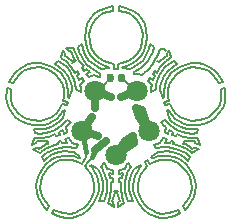
<source format=gbr>
G04 #@! TF.GenerationSoftware,KiCad,Pcbnew,5.0.2-bee76a0~70~ubuntu18.04.1*
G04 #@! TF.CreationDate,2019-06-21T11:48:12+02:00*
G04 #@! TF.ProjectId,GaudiPCR,47617564-6950-4435-922e-6b696361645f,rev?*
G04 #@! TF.SameCoordinates,Original*
G04 #@! TF.FileFunction,Copper,L1,Top*
G04 #@! TF.FilePolarity,Positive*
%FSLAX46Y46*%
G04 Gerber Fmt 4.6, Leading zero omitted, Abs format (unit mm)*
G04 Created by KiCad (PCBNEW 5.0.2-bee76a0~70~ubuntu18.04.1) date Fr 21 Jun 2019 11:48:12 CEST*
%MOMM*%
%LPD*%
G01*
G04 APERTURE LIST*
G04 #@! TA.AperFunction,BGAPad,CuDef*
%ADD10C,1.800000*%
G04 #@! TD*
G04 #@! TA.AperFunction,Conductor*
%ADD11C,0.100000*%
G04 #@! TD*
G04 #@! TA.AperFunction,SMDPad,CuDef*
%ADD12C,0.590000*%
G04 #@! TD*
G04 #@! TA.AperFunction,ViaPad*
%ADD13C,0.650000*%
G04 #@! TD*
G04 #@! TA.AperFunction,Conductor*
%ADD14C,0.150000*%
G04 #@! TD*
G04 #@! TA.AperFunction,Conductor*
%ADD15C,0.650000*%
G04 #@! TD*
G04 #@! TA.AperFunction,Conductor*
%ADD16C,0.400000*%
G04 #@! TD*
G04 APERTURE END LIST*
D10*
G04 #@! TO.P,ST2,1*
G04 #@! TO.N,Net-(NTC1-Pad1)*
X101763300Y-97572900D03*
G04 #@! TD*
G04 #@! TO.P,ST1,1*
G04 #@! TO.N,Net-(NTC1-Pad2)*
X98236600Y-97572900D03*
G04 #@! TD*
G04 #@! TO.P,HT1,1*
G04 #@! TO.N,Net-(HB1-Pad1)*
X97146800Y-100927000D03*
G04 #@! TD*
G04 #@! TO.P,HT2,1*
G04 #@! TO.N,Net-(HB1-Pad1)*
X100000000Y-103000000D03*
G04 #@! TD*
G04 #@! TO.P,CT1,1*
G04 #@! TO.N,Net-(CB1-Pad1)*
X102853000Y-100927000D03*
G04 #@! TD*
D11*
G04 #@! TO.N,Net-(NTC1-Pad2)*
G04 #@! TO.C,NTC1*
G36*
X99675958Y-96139710D02*
X99690276Y-96141834D01*
X99704317Y-96145351D01*
X99717946Y-96150228D01*
X99731031Y-96156417D01*
X99743447Y-96163858D01*
X99755073Y-96172481D01*
X99765798Y-96182202D01*
X99775519Y-96192927D01*
X99784142Y-96204553D01*
X99791583Y-96216969D01*
X99797772Y-96230054D01*
X99802649Y-96243683D01*
X99806166Y-96257724D01*
X99808290Y-96272042D01*
X99809000Y-96286500D01*
X99809000Y-96631500D01*
X99808290Y-96645958D01*
X99806166Y-96660276D01*
X99802649Y-96674317D01*
X99797772Y-96687946D01*
X99791583Y-96701031D01*
X99784142Y-96713447D01*
X99775519Y-96725073D01*
X99765798Y-96735798D01*
X99755073Y-96745519D01*
X99743447Y-96754142D01*
X99731031Y-96761583D01*
X99717946Y-96767772D01*
X99704317Y-96772649D01*
X99690276Y-96776166D01*
X99675958Y-96778290D01*
X99661500Y-96779000D01*
X99366500Y-96779000D01*
X99352042Y-96778290D01*
X99337724Y-96776166D01*
X99323683Y-96772649D01*
X99310054Y-96767772D01*
X99296969Y-96761583D01*
X99284553Y-96754142D01*
X99272927Y-96745519D01*
X99262202Y-96735798D01*
X99252481Y-96725073D01*
X99243858Y-96713447D01*
X99236417Y-96701031D01*
X99230228Y-96687946D01*
X99225351Y-96674317D01*
X99221834Y-96660276D01*
X99219710Y-96645958D01*
X99219000Y-96631500D01*
X99219000Y-96286500D01*
X99219710Y-96272042D01*
X99221834Y-96257724D01*
X99225351Y-96243683D01*
X99230228Y-96230054D01*
X99236417Y-96216969D01*
X99243858Y-96204553D01*
X99252481Y-96192927D01*
X99262202Y-96182202D01*
X99272927Y-96172481D01*
X99284553Y-96163858D01*
X99296969Y-96156417D01*
X99310054Y-96150228D01*
X99323683Y-96145351D01*
X99337724Y-96141834D01*
X99352042Y-96139710D01*
X99366500Y-96139000D01*
X99661500Y-96139000D01*
X99675958Y-96139710D01*
X99675958Y-96139710D01*
G37*
D12*
G04 #@! TD*
G04 #@! TO.P,NTC1,2*
G04 #@! TO.N,Net-(NTC1-Pad2)*
X99514000Y-96459000D03*
D11*
G04 #@! TO.N,Net-(NTC1-Pad1)*
G04 #@! TO.C,NTC1*
G36*
X100645958Y-96139710D02*
X100660276Y-96141834D01*
X100674317Y-96145351D01*
X100687946Y-96150228D01*
X100701031Y-96156417D01*
X100713447Y-96163858D01*
X100725073Y-96172481D01*
X100735798Y-96182202D01*
X100745519Y-96192927D01*
X100754142Y-96204553D01*
X100761583Y-96216969D01*
X100767772Y-96230054D01*
X100772649Y-96243683D01*
X100776166Y-96257724D01*
X100778290Y-96272042D01*
X100779000Y-96286500D01*
X100779000Y-96631500D01*
X100778290Y-96645958D01*
X100776166Y-96660276D01*
X100772649Y-96674317D01*
X100767772Y-96687946D01*
X100761583Y-96701031D01*
X100754142Y-96713447D01*
X100745519Y-96725073D01*
X100735798Y-96735798D01*
X100725073Y-96745519D01*
X100713447Y-96754142D01*
X100701031Y-96761583D01*
X100687946Y-96767772D01*
X100674317Y-96772649D01*
X100660276Y-96776166D01*
X100645958Y-96778290D01*
X100631500Y-96779000D01*
X100336500Y-96779000D01*
X100322042Y-96778290D01*
X100307724Y-96776166D01*
X100293683Y-96772649D01*
X100280054Y-96767772D01*
X100266969Y-96761583D01*
X100254553Y-96754142D01*
X100242927Y-96745519D01*
X100232202Y-96735798D01*
X100222481Y-96725073D01*
X100213858Y-96713447D01*
X100206417Y-96701031D01*
X100200228Y-96687946D01*
X100195351Y-96674317D01*
X100191834Y-96660276D01*
X100189710Y-96645958D01*
X100189000Y-96631500D01*
X100189000Y-96286500D01*
X100189710Y-96272042D01*
X100191834Y-96257724D01*
X100195351Y-96243683D01*
X100200228Y-96230054D01*
X100206417Y-96216969D01*
X100213858Y-96204553D01*
X100222481Y-96192927D01*
X100232202Y-96182202D01*
X100242927Y-96172481D01*
X100254553Y-96163858D01*
X100266969Y-96156417D01*
X100280054Y-96150228D01*
X100293683Y-96145351D01*
X100307724Y-96141834D01*
X100322042Y-96139710D01*
X100336500Y-96139000D01*
X100631500Y-96139000D01*
X100645958Y-96139710D01*
X100645958Y-96139710D01*
G37*
D12*
G04 #@! TD*
G04 #@! TO.P,NTC1,1*
G04 #@! TO.N,Net-(NTC1-Pad1)*
X100484000Y-96459000D03*
D13*
G04 #@! TO.N,Net-(NTC1-Pad1)*
X100417000Y-98044000D03*
G04 #@! TO.N,Net-(NTC1-Pad2)*
X99583000Y-98045000D03*
X98268000Y-99001000D03*
G04 #@! TO.N,Net-(CB1-Pad1)*
X101990000Y-99791000D03*
X101730000Y-98999000D03*
G04 #@! TO.N,Net-(HB1-Pad1)*
X98011000Y-99792000D03*
X98512000Y-101338000D03*
X99187000Y-101828000D03*
X101487000Y-101338000D03*
X100813000Y-101827000D03*
G04 #@! TD*
D14*
G04 #@! TO.N,Net-(NTC1-Pad1)*
X101763300Y-97572900D02*
X100484000Y-96459000D01*
D15*
X101763300Y-97572900D02*
X100417000Y-98044000D01*
D14*
G04 #@! TO.N,Net-(NTC1-Pad2)*
X99514000Y-96459000D02*
X98374000Y-97729000D01*
D15*
X98236600Y-97572900D02*
X99583000Y-98045000D01*
X98236600Y-97572900D02*
X98268000Y-99001000D01*
G04 #@! TO.N,Net-(CB1-Pad1)*
X102853000Y-100927000D02*
X101990000Y-99791000D01*
X101730000Y-98999000D02*
X102262000Y-99143000D01*
X102262000Y-99143000D02*
X102853000Y-100927000D01*
X101990000Y-99791000D02*
X101730000Y-98999000D01*
D14*
G04 #@! TO.N,Net-(HB1-Pad1)*
X95984000Y-98509000D02*
X95875713Y-98787369D01*
X95984000Y-98509000D02*
X95564000Y-98399000D01*
X95875713Y-98787369D02*
X95474000Y-98679000D01*
X102684000Y-103399000D02*
X102434000Y-103599000D01*
X102914000Y-103729000D02*
X102684000Y-103399000D01*
X102684000Y-103899000D02*
X102434000Y-103599000D01*
X104094000Y-98499000D02*
X104184000Y-98789000D01*
X104094000Y-98499000D02*
X104474000Y-98369000D01*
X104184000Y-98789000D02*
X104554000Y-98679000D01*
X99020469Y-95041681D02*
X98608989Y-94792761D01*
X96963584Y-97030854D02*
X97314612Y-96714925D01*
X97016082Y-97280263D02*
X96963584Y-97030854D01*
X97024198Y-97608727D02*
X97026606Y-97502681D01*
X96538889Y-95003581D02*
X96289969Y-95194081D01*
X98909203Y-105385986D02*
X98883701Y-105948285D01*
X99232951Y-106029352D02*
X99270479Y-105623352D01*
X98797109Y-104896397D02*
X98909203Y-105385986D01*
X95835201Y-95571899D02*
X96104203Y-95878302D01*
X96148532Y-96744662D02*
X95951444Y-96282688D01*
X93564912Y-95210808D02*
X94207902Y-95368984D01*
X91387594Y-96092426D02*
X91740793Y-95745155D01*
X95585475Y-101190129D02*
X95515519Y-100862938D01*
X95902576Y-101060810D02*
X95585475Y-101190129D01*
X97100229Y-94653061D02*
X97308509Y-95003581D01*
X104036145Y-100427960D02*
X104225216Y-100598879D01*
X103836513Y-100166998D02*
X103896897Y-100254206D01*
X104176400Y-100045879D02*
X103836513Y-100166998D01*
X104259249Y-100136471D02*
X104176400Y-100045879D01*
X104317836Y-99190698D02*
X104485676Y-99830549D01*
X104411324Y-99149640D02*
X104317836Y-99190698D01*
X104496284Y-99279606D02*
X104411324Y-99149640D01*
X104737219Y-99601928D02*
X104496284Y-99279606D01*
X103896897Y-100254206D02*
X104036145Y-100427960D01*
X104485676Y-99830549D02*
X104711156Y-100072429D01*
X97928269Y-93913921D02*
X97788569Y-93342421D01*
X97118027Y-103732809D02*
X96791155Y-103586371D01*
X92115689Y-99736900D02*
X91763411Y-99464866D01*
X97709829Y-94312701D02*
X97900329Y-94602261D01*
X101574581Y-106318087D02*
X101489791Y-105946426D01*
X102121637Y-104586297D02*
X101935054Y-105029538D01*
X102434819Y-104170381D02*
X102121637Y-104586297D01*
X105172683Y-108055409D02*
X104700701Y-108222506D01*
X101473710Y-105600194D02*
X101534817Y-105122532D01*
X101993797Y-107150046D02*
X101760365Y-106763934D01*
X98837986Y-104075263D02*
X98777430Y-103968475D01*
X97920399Y-103838724D02*
X98477068Y-104196073D01*
X97852461Y-103914948D02*
X97920399Y-103838724D01*
X97949812Y-104035912D02*
X97852461Y-103914948D01*
X98181906Y-104364657D02*
X97949812Y-104035912D01*
X98949349Y-90982761D02*
X99340509Y-90843061D01*
X94668186Y-100133602D02*
X94986911Y-99900652D01*
X93000072Y-100056302D02*
X92525212Y-99931388D01*
X97509169Y-95719861D02*
X97308509Y-95851941D01*
X97280569Y-95483641D02*
X96899569Y-95023901D01*
X95318347Y-100072439D02*
X94976677Y-100351348D01*
X95473992Y-98672816D02*
X95295621Y-98983418D01*
X99868829Y-95267741D02*
X99518309Y-95194081D01*
X95323123Y-96046486D02*
X95539643Y-96317141D01*
X96249898Y-95495656D02*
X95789325Y-95030864D01*
X106208471Y-104087736D02*
X105913392Y-103746414D01*
X104422025Y-103024681D02*
X104027247Y-103025799D01*
X105726120Y-104067711D02*
X106036867Y-104447884D01*
X106720973Y-105099948D02*
X106557600Y-104650377D01*
X105219508Y-103236457D02*
X104895192Y-103114171D01*
X105456989Y-102184827D02*
X106041357Y-102479229D01*
X97120549Y-93611661D02*
X96800509Y-93802161D01*
X98929029Y-95382041D02*
X99310029Y-95511581D01*
X95487358Y-94825920D02*
X95323510Y-94721939D01*
X90975115Y-96778312D02*
X91103969Y-96505035D01*
X95515519Y-100862938D02*
X95174809Y-101056695D01*
X95174809Y-101056695D02*
X95238417Y-101288349D01*
X94986911Y-99900652D02*
X95292284Y-99601938D01*
X91984908Y-100073647D02*
X92598071Y-100323620D01*
X107029431Y-100056292D02*
X107504291Y-99931378D01*
X108441019Y-99805955D02*
X108044595Y-100073637D01*
X106130973Y-100431011D02*
X105796718Y-100339314D01*
X105704967Y-101421385D02*
X106350776Y-101526693D01*
X108589389Y-99095410D02*
X108784961Y-98727404D01*
X108926885Y-97807968D02*
X108877817Y-97393926D01*
X107504291Y-99931378D02*
X107913814Y-99736890D01*
X106453104Y-101167618D02*
X105995649Y-101115951D01*
X91151686Y-97393936D02*
X90811075Y-97283265D01*
X94835882Y-100850426D02*
X95085528Y-100723225D01*
X97798729Y-95984021D02*
X97509169Y-95719861D01*
X95505120Y-94097246D02*
X95726296Y-94452206D01*
X95412745Y-94414424D02*
X95505120Y-94097246D01*
X96569400Y-96000076D02*
X96249898Y-95495656D01*
X100271544Y-104235080D02*
X100246543Y-104576623D01*
X100741229Y-104185817D02*
X100271544Y-104235080D01*
X100845357Y-103953184D02*
X100741229Y-104185817D01*
X101031857Y-103682681D02*
X100967576Y-103767058D01*
X101252078Y-103968505D02*
X101031857Y-103682681D01*
X101191522Y-104075293D02*
X101252078Y-103968505D01*
X102109109Y-103838754D02*
X101552440Y-104196103D01*
X91315726Y-96888983D02*
X90975115Y-96778312D01*
X96327978Y-96258142D02*
X96455178Y-96507788D01*
X95711667Y-99190708D02*
X95543827Y-99830559D01*
X95618179Y-99149650D02*
X95711667Y-99190708D01*
X93992646Y-104447854D02*
X93775653Y-104845909D01*
X94116430Y-102829843D02*
X94516887Y-102602757D01*
X93664242Y-106174647D02*
X93855513Y-106658970D01*
X93855513Y-106658970D02*
X94089854Y-107001907D01*
X96038152Y-102310895D02*
X96497387Y-102374542D01*
X94802461Y-107620291D02*
X94591952Y-107910032D01*
X99228252Y-105184524D02*
X99184422Y-104907790D01*
X98094454Y-105029508D02*
X98188440Y-105531058D01*
X97740309Y-94983261D02*
X97430429Y-94513361D01*
X103023613Y-103174154D02*
X103535492Y-102755158D01*
X103075112Y-103262322D02*
X103023613Y-103174154D01*
X103220239Y-103207115D02*
X103075112Y-103262322D01*
X103604615Y-103087970D02*
X103220239Y-103207115D01*
X103308181Y-102066337D02*
X103522965Y-102007616D01*
X103535492Y-102755158D02*
X103860084Y-102692007D01*
X95501831Y-97049983D02*
X95283063Y-96588977D01*
X96104203Y-95878302D02*
X96327978Y-96258142D01*
X99450170Y-104542018D02*
X99529160Y-104925926D01*
X99529160Y-104925926D02*
X99769131Y-104937016D01*
X99782965Y-104576593D02*
X99450170Y-104542018D01*
X99757964Y-104235050D02*
X99782965Y-104576593D01*
X92607968Y-95279118D02*
X93086859Y-95194356D01*
X92105171Y-95494991D02*
X92607968Y-95279118D01*
X97608495Y-107655924D02*
X98035711Y-107150016D01*
X95328807Y-108222476D02*
X95818672Y-108295819D01*
X98604394Y-106859917D02*
X98975285Y-106893914D01*
X98778058Y-106452358D02*
X98604394Y-106859917D01*
X94623704Y-95544147D02*
X95036069Y-95795644D01*
X91740793Y-95745155D02*
X92105171Y-95494991D01*
X98975285Y-106893914D02*
X99140729Y-106480383D01*
X97328643Y-107427483D02*
X96961064Y-107678456D01*
X94324536Y-101421395D02*
X93678727Y-101526703D01*
X91440114Y-99095420D02*
X91244542Y-98727414D01*
X97590449Y-91922561D02*
X97458369Y-92382301D01*
X95295621Y-98983418D02*
X94996839Y-99409797D01*
X90754691Y-97580089D02*
X90741623Y-98080607D01*
X91588484Y-99805965D02*
X91984908Y-100073647D01*
X93898530Y-100431021D02*
X94232785Y-100339324D01*
X99318580Y-107017748D02*
X99571525Y-107214082D01*
X99390016Y-106837319D02*
X99318580Y-107017748D01*
X94591952Y-107910032D02*
X94856825Y-108055379D01*
X97026606Y-97502681D02*
X97016082Y-97280263D01*
X96301254Y-97499352D02*
X96261010Y-97171132D01*
X96455178Y-96507788D02*
X96582874Y-96928519D01*
X97430429Y-94513361D02*
X97219609Y-94043461D01*
X95789325Y-95030864D02*
X95487358Y-94825920D01*
X95600301Y-95842768D02*
X95218547Y-95497060D01*
X93287609Y-101957799D02*
X93333918Y-101815274D01*
X92900033Y-102114964D02*
X93287609Y-101957799D01*
X94193755Y-101758143D02*
X94298010Y-102053747D01*
X98568349Y-96001801D02*
X98680109Y-96052601D01*
X103068444Y-107678486D02*
X103519712Y-107871795D01*
X101760365Y-106763934D02*
X101574581Y-106318087D01*
X104210836Y-108295849D02*
X103769005Y-108284059D01*
X100515658Y-106494054D02*
X100639492Y-106837349D01*
X101145807Y-105948315D02*
X101251450Y-106452388D01*
X101900908Y-106140650D02*
X102123807Y-106685115D01*
X96909729Y-94233961D02*
X97100229Y-94653061D01*
X94838493Y-95269415D02*
X95118567Y-95023907D01*
X95218547Y-95497060D02*
X94838493Y-95269415D01*
X104240185Y-95030864D02*
X104542152Y-94825920D01*
X104429209Y-95842768D02*
X104810963Y-95497060D01*
X105153150Y-96131004D02*
X105653508Y-95821539D01*
X104137611Y-97115297D02*
X104066138Y-97536456D01*
X106464598Y-95210808D02*
X105821608Y-95368984D01*
X108641916Y-96092426D02*
X108288717Y-95745155D01*
X105191017Y-95269415D02*
X104910943Y-95023907D01*
X104534028Y-95261214D02*
X104194309Y-95571899D01*
X107854863Y-95864757D02*
X108256375Y-96196331D01*
X108256375Y-96196331D02*
X108510113Y-96525176D01*
X103446636Y-96928519D02*
X103365256Y-97384946D01*
X107001625Y-95573130D02*
X107480333Y-95681988D01*
X105405806Y-95544147D02*
X104993441Y-95795644D01*
X108288717Y-95745155D02*
X107924339Y-95494991D01*
X99459889Y-95552221D02*
X99449729Y-95653821D01*
X98789329Y-95691921D02*
X98489609Y-95552221D01*
X97788569Y-93342421D02*
X97760629Y-92852201D01*
X99749449Y-90761781D02*
X99749449Y-90403641D01*
X97760629Y-92852201D02*
X97819049Y-92402621D01*
X105656595Y-107308062D02*
X105867104Y-107597803D01*
X104707694Y-102346189D02*
X104430960Y-102302359D01*
X104209902Y-103376592D02*
X104715947Y-103442195D01*
X105138094Y-102441635D02*
X104707694Y-102346189D01*
X103860084Y-102692007D02*
X104300439Y-102667194D01*
X102911486Y-103732839D02*
X103238358Y-103586401D01*
X99061932Y-103767028D02*
X99184151Y-103953154D01*
X98477068Y-104196073D02*
X98637432Y-104485263D01*
X99184422Y-104907790D02*
X99040430Y-104492353D01*
X98454927Y-106318057D02*
X98539717Y-105946396D01*
X90970992Y-98985724D02*
X91250876Y-99455905D01*
X94184989Y-99968589D02*
X93586770Y-100100043D01*
X97308509Y-95003581D02*
X97600609Y-95333781D01*
X98220369Y-91561881D02*
X98509929Y-91262161D01*
X96739694Y-95895165D02*
X96569400Y-96000076D01*
X96911040Y-96140459D02*
X96739694Y-95895165D01*
X96885169Y-96647500D02*
X96723417Y-96290483D01*
X97907871Y-104586267D02*
X98094454Y-105029508D01*
X97594689Y-104170351D02*
X97907871Y-104586267D01*
X94856825Y-108055379D02*
X95328807Y-108222476D01*
X98555798Y-105600164D02*
X98494691Y-105122502D01*
X94255155Y-103166103D02*
X93921209Y-103457210D01*
X93774264Y-103114979D02*
X94116430Y-102829843D01*
X93775653Y-104845909D02*
X93650552Y-105273053D01*
X95228808Y-102711849D02*
X94701911Y-102909863D01*
X98568349Y-96382801D02*
X98360069Y-96304061D01*
X95321819Y-102346159D02*
X95598553Y-102302329D01*
X95819611Y-103376562D02*
X95313566Y-103442165D01*
X94891419Y-102441605D02*
X95321819Y-102346159D01*
X96169429Y-102691977D02*
X95729074Y-102667164D01*
X98139089Y-96177061D02*
X97730149Y-96413281D01*
X98608989Y-94792761D02*
X98238149Y-94442241D01*
X99749449Y-90403641D02*
X99449729Y-90441741D01*
X96498249Y-94091721D02*
X96449989Y-93903761D01*
X91763411Y-99464866D02*
X91440114Y-99095420D01*
X93037420Y-100426312D02*
X93518857Y-100465229D01*
X96599849Y-94442241D02*
X96498249Y-94091721D01*
X98489609Y-95552221D02*
X98118769Y-95313461D01*
X91114606Y-98223162D02*
X91102618Y-97807978D01*
X95436136Y-100457904D02*
X95770254Y-100136481D01*
X96723417Y-96290483D02*
X96911040Y-96140459D01*
X97134083Y-96423916D02*
X96885169Y-96647500D01*
X97314612Y-96714925D02*
X97134083Y-96423916D01*
X94268784Y-101989235D02*
X94179377Y-101688806D01*
X93723266Y-102299304D02*
X94268784Y-101989235D01*
X93539581Y-102448414D02*
X93723266Y-102299304D01*
X97600609Y-95333781D02*
X97798729Y-95531901D01*
X102177047Y-103914978D02*
X102109109Y-103838754D01*
X102079696Y-104035942D02*
X102177047Y-103914978D01*
X101847602Y-104364687D02*
X102079696Y-104035942D01*
X100967576Y-103767058D02*
X100845357Y-103953184D01*
X101552440Y-104196103D02*
X101392076Y-104485293D01*
X100845086Y-104907820D02*
X100989078Y-104492383D01*
X104810963Y-95497060D02*
X105191017Y-95269415D01*
X104910943Y-95023907D02*
X104534028Y-95261214D01*
X106556729Y-95560113D02*
X107001625Y-95573130D01*
X104078066Y-96282688D02*
X104429209Y-95842768D01*
X104194309Y-95571899D02*
X103925307Y-95878302D01*
X103880978Y-96744662D02*
X104078066Y-96282688D01*
X97128169Y-95613181D02*
X97280569Y-95483641D01*
X91103969Y-96505035D02*
X91387594Y-96092426D01*
X95539643Y-96317141D02*
X95770970Y-96739495D01*
X108784961Y-98727404D02*
X108914897Y-98223152D01*
X108914897Y-98223152D02*
X108926885Y-97807968D01*
X104593367Y-100457894D02*
X104259249Y-100136471D01*
X108266092Y-99464856D02*
X108589389Y-99095410D01*
X106992083Y-100426302D02*
X106510646Y-100465219D01*
X109206257Y-98569151D02*
X109058511Y-98985714D01*
X106350776Y-101526693D02*
X106715536Y-101515004D01*
X106026474Y-100758743D02*
X106538522Y-100814037D01*
X96582874Y-96928519D02*
X96664254Y-97384946D01*
X93027885Y-95573130D02*
X92549177Y-95681988D01*
X96678031Y-97506934D02*
X97024198Y-97608727D01*
X96664254Y-97384946D02*
X96678031Y-97506934D01*
X96060944Y-98115655D02*
X96301254Y-97499352D01*
X99893114Y-106075722D02*
X100206467Y-106067916D01*
X99766796Y-106690358D02*
X99893114Y-106075722D01*
X99681746Y-106911130D02*
X99766796Y-106690358D01*
X99802985Y-106999215D02*
X99681746Y-106911130D01*
X99832690Y-107416387D02*
X99802985Y-106999215D01*
X98669949Y-96413281D02*
X98568349Y-96382801D01*
X106255249Y-103115009D02*
X105913083Y-102829873D01*
X106253860Y-104845939D02*
X106378961Y-105273083D01*
X104800705Y-102711879D02*
X105327602Y-102909893D01*
X105512626Y-102602787D02*
X105138094Y-102441635D01*
X104300439Y-102667194D02*
X104800705Y-102711879D01*
X105277182Y-103687472D02*
X105726120Y-104067711D01*
X104027247Y-103025799D02*
X103604615Y-103087970D01*
X106557600Y-104650377D02*
X106208471Y-104087736D01*
X106391957Y-106993563D02*
X106613088Y-106550338D01*
X106108304Y-103457240D02*
X106255249Y-103115009D01*
X105774358Y-103166133D02*
X106108304Y-103457240D01*
X97448209Y-93492281D02*
X97559969Y-93962181D01*
X98550569Y-95183921D02*
X98929029Y-95382041D01*
X94955615Y-101386082D02*
X94879510Y-101201111D01*
X95238417Y-101288349D02*
X94955615Y-101386082D01*
X97819049Y-92402621D02*
X97968909Y-91983521D01*
X103005312Y-97608727D02*
X103002904Y-97502681D01*
X103351479Y-97506934D02*
X103005312Y-97608727D01*
X103365256Y-97384946D02*
X103351479Y-97506934D01*
X103968566Y-98115655D02*
X103728256Y-97499352D01*
X104068332Y-98093922D02*
X103968566Y-98115655D01*
X104060674Y-97938838D02*
X104068332Y-98093922D01*
X104066138Y-97536456D02*
X104060674Y-97938838D01*
X103002904Y-97502681D02*
X103013428Y-97280263D01*
X97819049Y-91493301D02*
X97590449Y-91922561D01*
X98230529Y-94952781D02*
X98550569Y-95183921D01*
X99449729Y-95653821D02*
X98789329Y-95691921D01*
X99449729Y-90441741D02*
X98969669Y-90583981D01*
X99518309Y-95194081D02*
X99020469Y-95041681D01*
X96449989Y-93903761D02*
X96129949Y-93893601D01*
X99571525Y-107214082D02*
X99832690Y-107416387D01*
X99575255Y-105251399D02*
X99613262Y-105847281D01*
X99774690Y-105236177D02*
X99575255Y-105251399D01*
X99769131Y-104937016D02*
X99774690Y-105236177D01*
X92174647Y-95864757D02*
X91773135Y-96196331D01*
X91773135Y-96196331D02*
X91519397Y-96525176D01*
X91102618Y-97807978D02*
X91151686Y-97393936D01*
X92525212Y-99931388D02*
X92115689Y-99736900D01*
X99340509Y-90843061D02*
X99749449Y-90761781D01*
X96068989Y-94203481D02*
X96218849Y-94203481D01*
X94632949Y-99724217D02*
X94184989Y-99968589D01*
X94431580Y-101026192D02*
X94835882Y-100850426D01*
X97730149Y-96413281D02*
X97509169Y-96151661D01*
X104848433Y-107794932D02*
X105227047Y-107620321D01*
X102389346Y-107098134D02*
X102700865Y-107427513D01*
X100888779Y-106480413D02*
X100796557Y-106029382D01*
X103930141Y-107944075D02*
X104449865Y-107911830D01*
X104449865Y-107911830D02*
X104848433Y-107794932D01*
X100989078Y-104492383D02*
X101191522Y-104075293D01*
X96279809Y-94432081D02*
X96538889Y-95003581D01*
X97458369Y-92382301D02*
X97410109Y-93042701D01*
X101657874Y-104747422D02*
X101847602Y-104364687D01*
X102421013Y-107655954D02*
X101993797Y-107150046D01*
X104700701Y-108222506D02*
X104210836Y-108295849D01*
X101425114Y-106859947D02*
X101054223Y-106893944D01*
X101251450Y-106452388D02*
X101425114Y-106859947D01*
X101054223Y-106893944D02*
X100888779Y-106480413D01*
X96218849Y-94203481D02*
X96279809Y-94432081D01*
X95118567Y-95023907D02*
X95495482Y-95261214D01*
X95543827Y-99830559D02*
X95318347Y-100072439D01*
X95085528Y-100723225D02*
X95436136Y-100457904D01*
X94545688Y-100609247D02*
X94003029Y-100758753D01*
X94033854Y-101115961D02*
X94431580Y-101026192D01*
X102700865Y-107427513D02*
X103068444Y-107678486D01*
X101120305Y-105386016D02*
X101145807Y-105948315D01*
X100796557Y-106029382D02*
X100759029Y-105623382D01*
X101232399Y-104896427D02*
X101120305Y-105386016D01*
X103235348Y-108163167D02*
X102798095Y-107950256D01*
X100454253Y-105251429D02*
X100416246Y-105847311D01*
X100254818Y-105236207D02*
X100454253Y-105251429D01*
X100260377Y-104937046D02*
X100254818Y-105236207D01*
X100579338Y-104542048D02*
X100500348Y-104925956D01*
X100500348Y-104925956D02*
X100260377Y-104937046D01*
X100246543Y-104576623D02*
X100579338Y-104542048D01*
X96342028Y-95146351D02*
X96600125Y-94968482D01*
X95878560Y-94723348D02*
X96342028Y-95146351D01*
X95679987Y-94594731D02*
X95878560Y-94723348D01*
X95726296Y-94452206D02*
X95679987Y-94594731D01*
X104300934Y-101630765D02*
X104165212Y-101936587D01*
X103968382Y-101548998D02*
X104300934Y-101630765D01*
X103776390Y-101980472D02*
X103968382Y-101548998D01*
X103522965Y-102007616D02*
X103776390Y-101980472D01*
X103208069Y-102101397D02*
X103308181Y-102066337D01*
X103411851Y-102399165D02*
X103208069Y-102101397D01*
X103532126Y-102374572D02*
X103411851Y-102399165D01*
X94516887Y-102602757D02*
X94891419Y-102441605D01*
X95729074Y-102667164D02*
X95228808Y-102711849D01*
X93241169Y-105581564D02*
X93308540Y-105099918D01*
X93291104Y-106126459D02*
X93241169Y-105581564D01*
X95313566Y-103442165D02*
X94752331Y-103687442D01*
X95864301Y-101936557D02*
X95474774Y-101980068D01*
X95474774Y-101980068D02*
X95390071Y-101755268D01*
X95728579Y-101630735D02*
X95864301Y-101936557D01*
X96061131Y-101548968D02*
X95728579Y-101630735D01*
X96253123Y-101980442D02*
X96061131Y-101548968D01*
X96506548Y-102007586D02*
X96253123Y-101980442D01*
X107129470Y-102114954D02*
X106741894Y-101957789D01*
X107017770Y-101804055D02*
X107129470Y-102114954D01*
X105149993Y-101201101D02*
X105704967Y-101421385D01*
X105073888Y-101386072D02*
X105149993Y-101201101D01*
X104791086Y-101288339D02*
X105073888Y-101386072D01*
X104513984Y-100862928D02*
X104854694Y-101056685D01*
X104854694Y-101056685D02*
X104791086Y-101288339D01*
X104444028Y-101190119D02*
X104513984Y-100862928D01*
X104126927Y-101060800D02*
X104444028Y-101190119D01*
X104225216Y-100598879D02*
X104126927Y-101060800D01*
X96261010Y-97171132D02*
X96148532Y-96744662D01*
X95564252Y-98394937D02*
X95602514Y-98038811D01*
X96129949Y-93893601D02*
X95799749Y-93883441D01*
X94232785Y-100339324D02*
X94668186Y-100133602D01*
X92598071Y-100323620D02*
X93037420Y-100426312D01*
X98035711Y-107150016D02*
X98269143Y-106763904D01*
X98494691Y-105122502D02*
X98371634Y-104747392D01*
X97905701Y-106685085D02*
X97640162Y-107098104D01*
X97231413Y-107950226D02*
X97608495Y-107655924D01*
X96192990Y-100167008D02*
X96132606Y-100254216D01*
X99310029Y-95511581D02*
X99459889Y-95552221D01*
X93120294Y-101502829D02*
X93011733Y-101804065D01*
X93313967Y-101515014D02*
X93120294Y-101502829D01*
X103769005Y-108284059D02*
X103235348Y-108163167D01*
X101841068Y-105531088D02*
X101900908Y-106140650D01*
X100710928Y-107017778D02*
X100457983Y-107214112D01*
X100639492Y-106837349D02*
X100710928Y-107017778D01*
X105437556Y-107910062D02*
X105172683Y-108055409D01*
X105227047Y-107620321D02*
X105437556Y-107910062D01*
X96800509Y-93802161D02*
X96909729Y-94233961D01*
X96424898Y-103087940D02*
X96809274Y-103207085D01*
X96721332Y-102066307D02*
X96506548Y-102007586D01*
X96494021Y-102755128D02*
X96169429Y-102691977D01*
X95598553Y-102302329D02*
X96038152Y-102310895D01*
X94482736Y-103431918D02*
X94810005Y-103236427D01*
X103991361Y-102310925D02*
X103532126Y-102374572D01*
X106378961Y-105273083D02*
X106423359Y-105762001D01*
X105913392Y-103746414D02*
X105546777Y-103431948D01*
X106613088Y-106550338D02*
X106738409Y-106126489D01*
X106041357Y-102479229D02*
X106329583Y-102703087D01*
X105327602Y-102909893D02*
X105774358Y-103166133D01*
X104430960Y-102302359D02*
X103991361Y-102310925D01*
X105546777Y-103431948D02*
X105219508Y-103236457D01*
X103730697Y-103417073D02*
X104209902Y-103376592D01*
X103238358Y-103586401D02*
X103730697Y-103417073D01*
X106087187Y-107390809D02*
X106391957Y-106993563D01*
X104895192Y-103114171D02*
X104422025Y-103024681D01*
X93418342Y-102360329D02*
X93539581Y-102448414D01*
X93012409Y-102460992D02*
X93418342Y-102360329D01*
X93285518Y-102646858D02*
X93012409Y-102460992D01*
X95150986Y-102036806D02*
X94572524Y-102184797D01*
X95103834Y-101842428D02*
X95150986Y-102036806D01*
X95390071Y-101755268D02*
X95103834Y-101842428D01*
X97640162Y-107098104D02*
X97328643Y-107427483D01*
X99140729Y-106480383D02*
X99232951Y-106029352D01*
X96099367Y-107944045D02*
X95579643Y-107911800D01*
X95579643Y-107911800D02*
X95181075Y-107794902D01*
X97968909Y-91983521D02*
X98220369Y-91561881D01*
X93570167Y-101827939D02*
X94193755Y-101758143D01*
X93333918Y-101815274D02*
X93570167Y-101827939D01*
X98360069Y-96304061D02*
X98139089Y-96177061D01*
X98238149Y-94442241D02*
X97928269Y-93913921D01*
X92549177Y-95681988D02*
X92174647Y-95864757D01*
X91519397Y-96525176D02*
X91315726Y-96888983D01*
X95036069Y-95795644D02*
X95323123Y-96046486D01*
X95611414Y-97518244D02*
X95501831Y-97049983D01*
X95602514Y-98038811D02*
X95611414Y-97518244D01*
X107421542Y-95279118D02*
X106942651Y-95194356D01*
X107924339Y-95494991D02*
X107421542Y-95279118D01*
X104746447Y-96588977D02*
X105153150Y-96131004D01*
X104706000Y-94721939D02*
X104616765Y-94414424D01*
X104542152Y-94825920D02*
X104706000Y-94721939D01*
X109054395Y-96778312D02*
X108925541Y-96505035D01*
X108713784Y-96888983D02*
X109054395Y-96778312D01*
X105835748Y-101758133D02*
X105731493Y-102053737D01*
X106459336Y-101827929D02*
X105835748Y-101758133D01*
X106695585Y-101815264D02*
X106459336Y-101827929D01*
X106741894Y-101957789D02*
X106695585Y-101815264D01*
X94752331Y-103687442D02*
X94303393Y-104067681D01*
X96002266Y-103025769D02*
X96424898Y-103087940D01*
X93471913Y-104650347D02*
X93821042Y-104087706D01*
X93637556Y-106993533D02*
X93416425Y-106550308D01*
X93921209Y-103457210D02*
X93774264Y-103114979D01*
X97559969Y-93962181D02*
X97709829Y-94312701D01*
X93576399Y-101167628D02*
X94033854Y-101115961D01*
X91244542Y-98727414D02*
X91114606Y-98223162D01*
X93490981Y-100814047D02*
X93049705Y-100774826D01*
X93131983Y-101138069D02*
X93576399Y-101167628D01*
X94976677Y-100351348D02*
X94545688Y-100609247D01*
X91250876Y-99455905D02*
X91588484Y-99805965D01*
X104258540Y-96739495D02*
X104137611Y-97115297D01*
X105653508Y-95821539D02*
X106111101Y-95643480D01*
X106942651Y-95194356D02*
X106464598Y-95210808D01*
X104706387Y-96046486D02*
X104489867Y-96317141D01*
X103779612Y-95495656D02*
X104240185Y-95030864D01*
X107480333Y-95681988D02*
X107854863Y-95864757D01*
X108510113Y-96525176D02*
X108713784Y-96888983D01*
X106111101Y-95643480D02*
X106556729Y-95560113D01*
X104943975Y-100723215D02*
X104593367Y-100457894D01*
X106510646Y-100465219D02*
X106130973Y-100431011D01*
X105032664Y-99409787D02*
X105396554Y-99724207D01*
X104733882Y-98983408D02*
X105032664Y-99409787D01*
X109274812Y-97580079D02*
X109287880Y-98080597D01*
X105796718Y-100339314D02*
X105361317Y-100133592D01*
X107431432Y-100323610D02*
X106992083Y-100426302D01*
X105361317Y-100133592D02*
X105042592Y-99900642D01*
X95853103Y-100045889D02*
X96192990Y-100167008D01*
X95770254Y-100136481D02*
X95853103Y-100045889D01*
X95804287Y-100598889D02*
X95902576Y-101060810D01*
X95993358Y-100427970D02*
X95804287Y-100598889D01*
X99040430Y-104492353D02*
X98837986Y-104075263D01*
X96961064Y-107678456D02*
X96509796Y-107871765D01*
X98269143Y-106763904D02*
X98454927Y-106318057D01*
X95818672Y-108295819D02*
X96260503Y-108284029D01*
X94376002Y-95821539D02*
X93918409Y-95643480D01*
X93086859Y-95194356D02*
X93564912Y-95210808D01*
X96821444Y-102101367D02*
X96721332Y-102066307D01*
X96617662Y-102399135D02*
X96821444Y-102101367D01*
X96497387Y-102374542D02*
X96617662Y-102399135D01*
X97005900Y-103174124D02*
X96494021Y-102755128D01*
X96954401Y-103262292D02*
X97005900Y-103174124D01*
X96809274Y-103207085D02*
X96954401Y-103262292D01*
X95283063Y-96588977D02*
X94876360Y-96131004D01*
X95323510Y-94721939D02*
X95412745Y-94414424D01*
X98530249Y-90812581D02*
X98179729Y-91081821D01*
X94876360Y-96131004D02*
X94376002Y-95821539D01*
X95891899Y-97115297D02*
X95963372Y-97536456D01*
X96298816Y-103417043D02*
X95819611Y-103376562D01*
X96791155Y-103586371D02*
X96298816Y-103417043D01*
X93942326Y-107390779D02*
X93637556Y-106993533D01*
X95134321Y-103114141D02*
X95607488Y-103024651D01*
X93821042Y-104087706D02*
X94116121Y-103746384D01*
X95607488Y-103024651D02*
X96002266Y-103025769D01*
X106788344Y-105581594D02*
X106720973Y-105099948D01*
X106738409Y-106126489D02*
X106788344Y-105581594D01*
X104715947Y-103442195D02*
X105277182Y-103687472D01*
X106479106Y-102826783D02*
X106743995Y-102646888D01*
X106329583Y-102703087D02*
X106479106Y-102826783D01*
X105867104Y-107597803D02*
X106087187Y-107390809D01*
X96794160Y-108163137D02*
X97231413Y-107950226D01*
X96260503Y-108284029D02*
X96794160Y-108163137D01*
X98188440Y-105531058D02*
X98128600Y-106140620D01*
X90741623Y-98080607D02*
X90823246Y-98569161D01*
X93049705Y-100774826D02*
X93131983Y-101138069D01*
X101534817Y-105122532D02*
X101657874Y-104747422D01*
X102123807Y-106685115D02*
X102389346Y-107098134D01*
X102798095Y-107950256D02*
X102421013Y-107655954D01*
X101489791Y-105946426D02*
X101473710Y-105600194D01*
X100416246Y-105847311D02*
X100515658Y-106494054D01*
X103519712Y-107871795D02*
X103930141Y-107944075D01*
X103460110Y-96000076D02*
X103779612Y-95495656D01*
X103289816Y-95895165D02*
X103460110Y-96000076D01*
X103118470Y-96140459D02*
X103289816Y-95895165D01*
X103144341Y-96647500D02*
X103306093Y-96290483D01*
X103306093Y-96290483D02*
X103118470Y-96140459D01*
X102895427Y-96423916D02*
X103144341Y-96647500D01*
X102714898Y-96714925D02*
X102895427Y-96423916D01*
X103065926Y-97030854D02*
X102714898Y-96714925D01*
X103013428Y-97280263D02*
X103065926Y-97030854D01*
X94003029Y-100758753D02*
X93490981Y-100814047D01*
X93586770Y-100100043D02*
X93000072Y-100056302D01*
X99270479Y-105623352D02*
X99228252Y-105184524D01*
X98637432Y-104485263D02*
X98797109Y-104896397D01*
X97354409Y-103904729D02*
X97594689Y-104170351D01*
X97219609Y-94043461D02*
X97120549Y-93611661D01*
X95533219Y-99279616D02*
X95618179Y-99149650D01*
X95292284Y-99601938D02*
X95533219Y-99279616D01*
X106715536Y-101515004D02*
X106909209Y-101502819D01*
X109218428Y-97283255D02*
X109274812Y-97580079D01*
X108877817Y-97393926D02*
X109218428Y-97283255D01*
X105193621Y-100850416D02*
X104943975Y-100723215D01*
X105396554Y-99724207D02*
X105844514Y-99968579D01*
X105597923Y-101026182D02*
X105193621Y-100850416D01*
X104711156Y-100072429D02*
X105052826Y-100351338D01*
X104555511Y-98672806D02*
X104733882Y-98983408D01*
X96899569Y-95023901D02*
X96599849Y-94442241D01*
X93918409Y-95643480D02*
X93472781Y-95560113D01*
X95495482Y-95261214D02*
X95835201Y-95571899D01*
X106442733Y-100100033D02*
X107029431Y-100056292D01*
X105042592Y-99900642D02*
X104737219Y-99601928D01*
X108044595Y-100073637D02*
X107431432Y-100323610D01*
X109287880Y-98080597D02*
X109206257Y-98569151D01*
X106979798Y-100774816D02*
X106897520Y-101138059D01*
X106538522Y-100814037D02*
X106979798Y-100774816D01*
X106897520Y-101138059D02*
X106453104Y-101167618D01*
X107913814Y-99736890D02*
X108266092Y-99464856D01*
X105483815Y-100609237D02*
X106026474Y-100758743D01*
X105995649Y-101115951D02*
X105597923Y-101026182D01*
X105052826Y-100351338D02*
X105483815Y-100609237D01*
X108778627Y-99455895D02*
X108441019Y-99805955D01*
X109058511Y-98985714D02*
X108778627Y-99455895D01*
X105844514Y-99968579D02*
X106442733Y-100100033D01*
X106909209Y-101502819D02*
X107017770Y-101804055D01*
X90811075Y-97283265D02*
X90754691Y-97580089D01*
X105760729Y-101989265D02*
X105850136Y-101688836D01*
X106306247Y-102299334D02*
X105760729Y-101989265D01*
X106489932Y-102448444D02*
X106306247Y-102299334D01*
X106611171Y-102360359D02*
X106489932Y-102448444D01*
X107017104Y-102461022D02*
X106611171Y-102360359D01*
X103728256Y-97499352D02*
X103768500Y-97171132D01*
X103574332Y-96507788D02*
X103446636Y-96928519D01*
X104993441Y-95795644D02*
X104706387Y-96046486D01*
X104418096Y-97518244D02*
X104527679Y-97049983D01*
X104426996Y-98038811D02*
X104418096Y-97518244D01*
X108925541Y-96505035D02*
X108641916Y-96092426D01*
X104489867Y-96317141D02*
X104258540Y-96739495D01*
X105821608Y-95368984D02*
X105405806Y-95544147D01*
X94207902Y-95368984D02*
X94623704Y-95544147D01*
X95770970Y-96739495D02*
X95891899Y-97115297D01*
X97798729Y-95531901D02*
X98159409Y-95783361D01*
X97900329Y-94602261D02*
X98230529Y-94952781D01*
X98969669Y-90583981D02*
X98530249Y-90812581D01*
X98118769Y-95313461D02*
X97740309Y-94983261D01*
X95961178Y-98093922D02*
X96060944Y-98115655D01*
X95968836Y-97938838D02*
X95961178Y-98093922D01*
X95963372Y-97536456D02*
X95968836Y-97938838D01*
X95799749Y-93883441D02*
X96068989Y-94203481D01*
X98509929Y-91262161D02*
X98949349Y-90982761D01*
X93650552Y-105273053D02*
X93606154Y-105761971D01*
X94116121Y-103746384D02*
X94482736Y-103431918D01*
X93416425Y-106550308D02*
X93291104Y-106126459D01*
X93988156Y-102479199D02*
X93699930Y-102703057D01*
X94701911Y-102909863D02*
X94255155Y-103166103D01*
X103701532Y-96258142D02*
X103574332Y-96507788D01*
X104527679Y-97049983D02*
X104746447Y-96588977D01*
X103925307Y-95878302D02*
X103701532Y-96258142D01*
X103768500Y-97171132D02*
X103880978Y-96744662D01*
X104465258Y-98394937D02*
X104426996Y-98038811D01*
X97410109Y-93042701D02*
X97448209Y-93492281D01*
X104150950Y-94723348D02*
X103687482Y-95146351D01*
X104349523Y-94594731D02*
X104150950Y-94723348D01*
X104303214Y-94452206D02*
X104349523Y-94594731D01*
X104524390Y-94097246D02*
X104303214Y-94452206D01*
X104616765Y-94414424D02*
X104524390Y-94097246D01*
X106743995Y-102646888D02*
X107017104Y-102461022D01*
X104878527Y-102036836D02*
X105456989Y-102184827D01*
X104925679Y-101842458D02*
X104878527Y-102036836D01*
X104639442Y-101755298D02*
X104925679Y-101842458D01*
X104165212Y-101936587D02*
X104554739Y-101980098D01*
X104554739Y-101980098D02*
X104639442Y-101755298D01*
X97509169Y-96151661D02*
X97798729Y-95984021D01*
X99513850Y-106494024D02*
X99390016Y-106837319D01*
X98883701Y-105948285D02*
X98778058Y-106452358D01*
X98128600Y-106140620D02*
X97905701Y-106685085D01*
X98371634Y-104747392D02*
X98181906Y-104364657D01*
X96132606Y-100254216D02*
X95993358Y-100427970D01*
X90823246Y-98569161D02*
X90970992Y-98985724D01*
X93678727Y-101526703D02*
X93313967Y-101515014D01*
X94303393Y-104067681D02*
X93992646Y-104447854D01*
X93308540Y-105099918D02*
X93471913Y-104650347D01*
X94810005Y-103236427D02*
X95134321Y-103114141D01*
X94572524Y-102184797D02*
X93988156Y-102479199D01*
X93606154Y-105761971D02*
X93664242Y-106174647D01*
X94089854Y-107001907D02*
X94372918Y-107308032D01*
X98539717Y-105946396D02*
X98555798Y-105600164D01*
X99613262Y-105847281D02*
X99513850Y-106494024D01*
X96509796Y-107871765D02*
X96099367Y-107944045D01*
X95181075Y-107794902D02*
X94802461Y-107620291D01*
X100801256Y-105184554D02*
X100845086Y-104907820D01*
X101935054Y-105029538D02*
X101841068Y-105531088D01*
X100759029Y-105623382D02*
X100801256Y-105184554D01*
X101392076Y-104485293D02*
X101232399Y-104896427D01*
X102675099Y-103904759D02*
X102434819Y-104170381D01*
X98159409Y-95783361D02*
X98568349Y-96001801D01*
X98680109Y-96052601D02*
X98669949Y-96413281D01*
X97308509Y-95851941D02*
X97128169Y-95613181D01*
X93550407Y-102826753D02*
X93285518Y-102646858D01*
X93699930Y-102703057D02*
X93550407Y-102826753D01*
X94162409Y-107597773D02*
X93942326Y-107390779D01*
X94372918Y-107308032D02*
X94162409Y-107597773D01*
X100136394Y-106075752D02*
X99823041Y-106067946D01*
X100262712Y-106690388D02*
X100136394Y-106075752D01*
X100347762Y-106911160D02*
X100262712Y-106690388D01*
X100226523Y-106999245D02*
X100347762Y-106911160D01*
X100196818Y-107416417D02*
X100226523Y-106999245D01*
X100457983Y-107214112D02*
X100196818Y-107416417D01*
X93472781Y-95560113D02*
X93027885Y-95573130D01*
X95951444Y-96282688D02*
X95600301Y-95842768D01*
X93011733Y-101804065D02*
X92900033Y-102114964D01*
X94879510Y-101201111D02*
X94324536Y-101421395D01*
X98179729Y-91081821D02*
X97819049Y-91493301D01*
X99288279Y-104185787D02*
X99757964Y-104235050D01*
X99184151Y-103953154D02*
X99288279Y-104185787D01*
X98997651Y-103682651D02*
X99061932Y-103767028D01*
X98777430Y-103968475D02*
X98997651Y-103682651D01*
X93518857Y-100465229D02*
X93898530Y-100431021D01*
X94996839Y-99409797D02*
X94632949Y-99724217D01*
X106423359Y-105762001D02*
X106365271Y-106174677D01*
X105939659Y-107001937D02*
X105656595Y-107308062D01*
X106036867Y-104447884D02*
X106253860Y-104845939D01*
X105913083Y-102829873D02*
X105512626Y-102602787D01*
X106365271Y-106174677D02*
X106174000Y-106659000D01*
X106174000Y-106659000D02*
X105939659Y-107001937D01*
X103490644Y-95003581D02*
X103490644Y-95005644D01*
X99864000Y-95659000D02*
X99864000Y-95259000D01*
X103490644Y-95003581D02*
X103687482Y-95146351D01*
X102210484Y-91493301D02*
X101849804Y-91081821D01*
X102230804Y-95531901D02*
X102428924Y-95333781D01*
X102428924Y-95333781D02*
X102721024Y-95003581D01*
X103119804Y-94233961D02*
X103229024Y-93802161D01*
X100569644Y-95552221D02*
X100719504Y-95511581D01*
X100689024Y-90843061D02*
X101080184Y-90982761D01*
X100280084Y-90761781D02*
X100689024Y-90843061D01*
X101080184Y-90982761D02*
X101519604Y-91262161D01*
X101519604Y-91262161D02*
X101809164Y-91561881D01*
X101809164Y-91561881D02*
X102060624Y-91983521D01*
X102268904Y-92852201D02*
X102240964Y-93342421D01*
X102240964Y-93342421D02*
X102101264Y-93913921D01*
X102101264Y-93913921D02*
X101791384Y-94442241D01*
X100511224Y-95194081D02*
X100160704Y-95267741D01*
X102809924Y-94043461D02*
X102599104Y-94513361D01*
X101478964Y-95183921D02*
X101799004Y-94952781D01*
X101009064Y-95041681D02*
X100511224Y-95194081D01*
X102210484Y-92402621D02*
X102268904Y-92852201D01*
X102060624Y-91983521D02*
X102210484Y-92402621D01*
X100579804Y-95653821D02*
X100569644Y-95552221D01*
X102439084Y-91922561D02*
X102210484Y-91493301D01*
X102129204Y-94602261D02*
X102319704Y-94312701D01*
X101791384Y-94442241D02*
X101420544Y-94792761D01*
X102469564Y-93962181D02*
X102581324Y-93492281D01*
X101100504Y-95382041D02*
X101478964Y-95183921D01*
X101539924Y-95552221D02*
X101240204Y-95691921D01*
X102929304Y-94653061D02*
X103119804Y-94233961D01*
X101910764Y-95313461D02*
X101539924Y-95552221D01*
X102721024Y-95003581D02*
X102929304Y-94653061D01*
X100160704Y-95267741D02*
X100160704Y-95677896D01*
X101870124Y-95783361D02*
X102230804Y-95531901D01*
X101240204Y-95691921D02*
X100579804Y-95653821D01*
X102289224Y-94983261D02*
X101910764Y-95313461D01*
X101420544Y-94792761D02*
X101009064Y-95041681D01*
X102599104Y-94513361D02*
X102289224Y-94983261D01*
X101799004Y-94952781D02*
X102129204Y-94602261D01*
X102908984Y-93611661D02*
X102809924Y-94043461D01*
X102581324Y-93492281D02*
X102619424Y-93042701D01*
X102619424Y-93042701D02*
X102571164Y-92382301D01*
X102571164Y-92382301D02*
X102439084Y-91922561D01*
X101849804Y-91081821D02*
X101499284Y-90812581D01*
X101499284Y-90812581D02*
X101059864Y-90583981D01*
X101059864Y-90583981D02*
X100579804Y-90441741D01*
X100579804Y-90441741D02*
X100280084Y-90403641D01*
X100280084Y-90403641D02*
X100280084Y-90761781D01*
X103229024Y-93802161D02*
X102908984Y-93611661D01*
X100719504Y-95511581D02*
X101100504Y-95382041D01*
X102319704Y-94312701D02*
X102469564Y-93962181D01*
X100160704Y-95677896D02*
X99864000Y-95659000D01*
D15*
X97146800Y-100927000D02*
X98011000Y-99792000D01*
X97146800Y-100927000D02*
X98512000Y-101338000D01*
D14*
X97118027Y-103732809D02*
X97507000Y-103155000D01*
D16*
X98006000Y-103169000D02*
X98223000Y-102598000D01*
D15*
X99187000Y-101828000D02*
X98223000Y-102598000D01*
D16*
X97449000Y-102757000D02*
X97146800Y-100927000D01*
D14*
X97354409Y-103904729D02*
X98006000Y-103169000D01*
D15*
X100000000Y-103000000D02*
X100813000Y-101827000D01*
X101487000Y-101338000D02*
X101543000Y-101986000D01*
X101543000Y-101986000D02*
X100000000Y-103000000D01*
D14*
X97507000Y-103155000D02*
X97449000Y-102757000D01*
D15*
X100813000Y-101827000D02*
X101487000Y-101338000D01*
D14*
X101650000Y-95900942D02*
X101870124Y-95783361D01*
X103275000Y-95050000D02*
X103550000Y-94500000D01*
X103550000Y-94500000D02*
X103750000Y-94000000D01*
X101650000Y-95900942D02*
X101525000Y-95975000D01*
X102225000Y-96200000D02*
X102375000Y-96067503D01*
X101525000Y-95975000D02*
X101525000Y-96150000D01*
X101525000Y-96150000D02*
X101900000Y-96095536D01*
X101900000Y-96095536D02*
X102225000Y-96200000D01*
X103750000Y-94000000D02*
X104100000Y-94033333D01*
X102725000Y-95751042D02*
X103132895Y-95275000D01*
X103132895Y-95275000D02*
X103275000Y-95050000D01*
X102375000Y-96067503D02*
X102725000Y-95751042D01*
X104100000Y-94033333D02*
X104258000Y-94137000D01*
G04 #@! TD*
M02*

</source>
